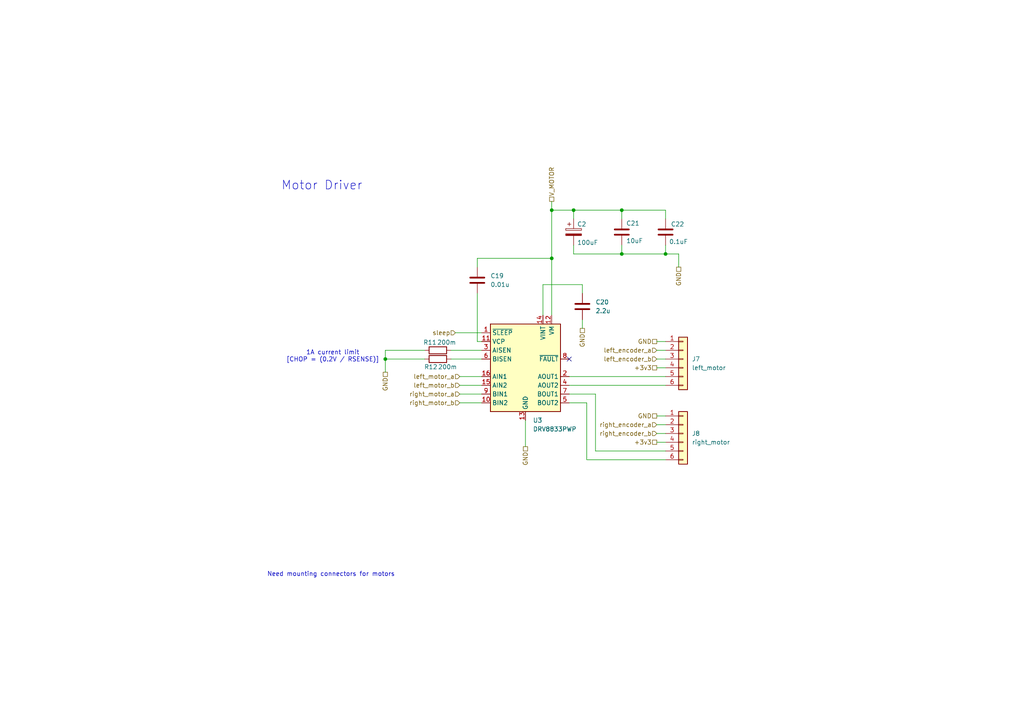
<source format=kicad_sch>
(kicad_sch (version 20250114) (generator "eeschema") (generator_version "9.0")
  (paper "A4")
  (title_block (title "Mote") (date "2025-12-30") (rev "V0.0.0") (company "github.com/usedhondacivic/mote"))
  (lib_symbols
    (symbol "Connector_Generic:Conn_01x06" (pin_names (offset 1.016) (hide yes))
      (property "Reference" "J" (at 0 7.62 0))
      (property "Value" "Conn_01x06" (at 0 -10.16 0))
      (symbol "Conn_01x06_1_1"
        (rectangle (start -1.27 6.35) (end 1.27 -8.89) (stroke (width 0.254)) (fill (type background)))
        (rectangle (start -1.27 5.207) (end 0 4.953) (stroke (width 0.1524)))
        (rectangle (start -1.27 2.667) (end 0 2.413) (stroke (width 0.1524)))
        (rectangle (start -1.27 0.127) (end 0 -0.127) (stroke (width 0.1524)))
        (rectangle (start -1.27 -2.413) (end 0 -2.667) (stroke (width 0.1524)))
        (rectangle (start -1.27 -4.953) (end 0 -5.207) (stroke (width 0.1524)))
        (rectangle (start -1.27 -7.493) (end 0 -7.747) (stroke (width 0.1524)))
        (pin passive line (at -5.08 5.08 0) (length 3.81) (name "Pin_1") (number "1"))
        (pin passive line (at -5.08 2.54 0) (length 3.81) (name "Pin_2") (number "2"))
        (pin passive line (at -5.08 0 0) (length 3.81) (name "Pin_3") (number "3"))
        (pin passive line (at -5.08 -2.54 0) (length 3.81) (name "Pin_4") (number "4"))
        (pin passive line (at -5.08 -5.08 0) (length 3.81) (name "Pin_5") (number "5"))
        (pin passive line (at -5.08 -7.62 0) (length 3.81) (name "Pin_6") (number "6"))
      )
    )
    (symbol "Device:C" (pin_numbers (hide yes)) (pin_names (offset 0.254))
      (property "Reference" "C" (at 0.635 2.54 0))
      (property "Value" "C" (at 0.635 -2.54 0))
      (symbol "C_0_1"
        (polyline (pts (xy -2.032 0.762) (xy 2.032 0.762)) (stroke (width 0.508)))
        (polyline (pts (xy -2.032 -0.762) (xy 2.032 -0.762)) (stroke (width 0.508)))
      )
      (symbol "C_1_1"
        (pin passive line (at 0 3.81 270) (length 2.794) (name "~") (number "1"))
        (pin passive line (at 0 -3.81 90) (length 2.794) (name "~") (number "2"))
      )
    )
    (symbol "Device:C_Polarized" (pin_numbers (hide yes)) (pin_names (offset 0.254))
      (property "Reference" "C" (at 0.635 2.54 0))
      (property "Value" "C_Polarized" (at 0.635 -2.54 0))
      (symbol "C_Polarized_0_1"
        (rectangle (start -2.286 0.508) (end 2.286 1.016))
        (polyline (pts (xy -1.778 2.286) (xy -0.762 2.286)))
        (polyline (pts (xy -1.27 2.794) (xy -1.27 1.778)))
        (rectangle (start 2.286 -0.508) (end -2.286 -1.016) (fill (type outline)))
      )
      (symbol "C_Polarized_1_1"
        (pin passive line (at 0 3.81 270) (length 2.794) (name "~") (number "1"))
        (pin passive line (at 0 -3.81 90) (length 2.794) (name "~") (number "2"))
      )
    )
    (symbol "Device:R" (pin_numbers (hide yes)) (pin_names (offset 0))
      (property "Reference" "R" (at 2.032 0 90))
      (property "Value" "R" (at 0 0 90))
      (symbol "R_0_1"
        (rectangle (start -1.016 -2.54) (end 1.016 2.54) (stroke (width 0.254)))
      )
      (symbol "R_1_1"
        (pin passive line (at 0 3.81 270) (length 1.27) (name "~") (number "1"))
        (pin passive line (at 0 -3.81 90) (length 1.27) (name "~") (number "2"))
      )
    )
    (symbol "Driver_Motor:DRV8833PWP"
      (property "Reference" "U" (at -3.81 16.51 0))
      (property "Value" "DRV8833PWP" (at -3.81 13.97 0))
      (symbol "DRV8833PWP_0_1"
        (rectangle (start -10.16 12.7) (end 10.16 -12.7) (stroke (width 0.254)) (fill (type background)))
      )
      (symbol "DRV8833PWP_1_1"
        (pin input line (at -12.7 10.16 0) (length 2.54) (name "~{SLEEP}") (number "1"))
        (pin bidirectional line (at -12.7 7.62 0) (length 2.54) (name "VCP") (number "11"))
        (pin bidirectional line (at -12.7 5.08 0) (length 2.54) (name "AISEN") (number "3"))
        (pin bidirectional line (at -12.7 2.54 0) (length 2.54) (name "BISEN") (number "6"))
        (pin input line (at -12.7 -2.54 0) (length 2.54) (name "AIN1") (number "16"))
        (pin input line (at -12.7 -5.08 0) (length 2.54) (name "AIN2") (number "15"))
        (pin input line (at -12.7 -7.62 0) (length 2.54) (name "BIN1") (number "9"))
        (pin input line (at -12.7 -10.16 0) (length 2.54) (name "BIN2") (number "10"))
        (pin power_in line (at 0 -15.24 90) (length 2.54) (name "GND") (number "13"))
        (pin passive line (at 0 -15.24 90) (length 2.54) (hide yes) (name "GND") (number "17"))
        (pin power_in line (at 5.08 15.24 270) (length 2.54) (name "VINT") (number "14"))
        (pin power_in line (at 7.62 15.24 270) (length 2.54) (name "VM") (number "12"))
        (pin open_collector line (at 12.7 2.54 180) (length 2.54) (name "~{FAULT}") (number "8"))
        (pin power_out line (at 12.7 -2.54 180) (length 2.54) (name "AOUT1") (number "2"))
        (pin power_out line (at 12.7 -5.08 180) (length 2.54) (name "AOUT2") (number "4"))
        (pin power_out line (at 12.7 -7.62 180) (length 2.54) (name "BOUT1") (number "7"))
        (pin power_out line (at 12.7 -10.16 180) (length 2.54) (name "BOUT2") (number "5"))
      )
    )
  )
  (text "Need mounting connectors for motors" (at 96.012 166.624 0) (effects (font (size 1.27 1.27))))
  (text "1A current limit\n[CHOP = (0.2V / RSENSE)]" (at 96.52 103.378 0) (effects (font (size 1.27 1.27))))
  (text "Motor Driver" (at 81.534 55.372 0) (effects (font (size 2.54 2.54)) (justify left bottom)))
  (junction (at 160.02 74.93))
  (junction (at 166.37 60.96))
  (junction (at 180.34 73.66))
  (junction (at 111.76 104.14))
  (junction (at 180.34 60.96))
  (junction (at 193.04 73.66))
  (junction (at 160.02 60.96))
  (no_connect (at 165.1 104.14))
  (wire (pts (xy 138.43 77.47) (xy 138.43 74.93)))
  (wire (pts (xy 152.4 121.92) (xy 152.4 129.54)))
  (wire (pts (xy 190.5 101.6) (xy 193.04 101.6)))
  (wire (pts (xy 180.34 63.5) (xy 180.34 60.96)))
  (wire (pts (xy 190.5 104.14) (xy 193.04 104.14)))
  (wire (pts (xy 193.04 73.66) (xy 196.85 73.66)))
  (wire (pts (xy 190.5 123.19) (xy 193.04 123.19)))
  (wire (pts (xy 170.18 133.35) (xy 193.04 133.35)))
  (wire (pts (xy 138.43 99.06) (xy 139.7 99.06)))
  (wire (pts (xy 165.1 109.22) (xy 193.04 109.22)))
  (wire (pts (xy 111.76 101.6) (xy 111.76 104.14)))
  (wire (pts (xy 160.02 74.93) (xy 160.02 91.44)))
  (wire (pts (xy 166.37 60.96) (xy 160.02 60.96)))
  (wire (pts (xy 157.48 82.55) (xy 168.91 82.55)))
  (wire (pts (xy 133.35 111.76) (xy 139.7 111.76)))
  (wire (pts (xy 180.34 71.12) (xy 180.34 73.66)))
  (wire (pts (xy 132.08 96.52) (xy 139.7 96.52)))
  (wire (pts (xy 170.18 116.84) (xy 170.18 133.35)))
  (wire (pts (xy 138.43 74.93) (xy 160.02 74.93)))
  (wire (pts (xy 166.37 73.66) (xy 180.34 73.66)))
  (wire (pts (xy 193.04 130.81) (xy 172.72 130.81)))
  (wire (pts (xy 193.04 71.12) (xy 193.04 73.66)))
  (wire (pts (xy 168.91 92.71) (xy 168.91 95.25)))
  (wire (pts (xy 160.02 60.96) (xy 160.02 74.93)))
  (wire (pts (xy 138.43 99.06) (xy 138.43 85.09)))
  (wire (pts (xy 172.72 114.3) (xy 165.1 114.3)))
  (wire (pts (xy 160.02 58.42) (xy 160.02 60.96)))
  (wire (pts (xy 123.19 101.6) (xy 111.76 101.6)))
  (wire (pts (xy 190.5 120.65) (xy 193.04 120.65)))
  (wire (pts (xy 165.1 116.84) (xy 170.18 116.84)))
  (wire (pts (xy 166.37 60.96) (xy 180.34 60.96)))
  (wire (pts (xy 165.1 111.76) (xy 193.04 111.76)))
  (wire (pts (xy 190.5 128.27) (xy 193.04 128.27)))
  (wire (pts (xy 130.81 101.6) (xy 139.7 101.6)))
  (wire (pts (xy 133.35 109.22) (xy 139.7 109.22)))
  (wire (pts (xy 193.04 63.5) (xy 193.04 60.96)))
  (wire (pts (xy 133.35 116.84) (xy 139.7 116.84)))
  (wire (pts (xy 180.34 60.96) (xy 193.04 60.96)))
  (wire (pts (xy 196.85 73.66) (xy 196.85 77.47)))
  (wire (pts (xy 172.72 130.81) (xy 172.72 114.3)))
  (wire (pts (xy 133.35 114.3) (xy 139.7 114.3)))
  (wire (pts (xy 130.81 104.14) (xy 139.7 104.14)))
  (wire (pts (xy 190.5 125.73) (xy 193.04 125.73)))
  (wire (pts (xy 111.76 104.14) (xy 123.19 104.14)))
  (wire (pts (xy 190.5 99.06) (xy 193.04 99.06)))
  (wire (pts (xy 190.5 106.68) (xy 193.04 106.68)))
  (wire (pts (xy 180.34 73.66) (xy 193.04 73.66)))
  (wire (pts (xy 157.48 91.44) (xy 157.48 82.55)))
  (wire (pts (xy 168.91 82.55) (xy 168.91 85.09)))
  (wire (pts (xy 166.37 71.12) (xy 166.37 73.66)))
  (wire (pts (xy 111.76 107.95) (xy 111.76 104.14)))
  (wire (pts (xy 166.37 63.5) (xy 166.37 60.96)))
  (hierarchical_label "V_MOTOR" (shape passive) (at 160.02 58.42 90))
  (hierarchical_label "+3v3" (shape passive) (at 190.5 106.68 180))
  (hierarchical_label "GND" (shape passive) (at 111.76 107.95 270))
  (hierarchical_label "+3v3" (shape passive) (at 190.5 128.27 180))
  (hierarchical_label "GND" (shape passive) (at 168.91 95.25 270))
  (hierarchical_label "GND" (shape passive) (at 190.5 99.06 180))
  (hierarchical_label "left_encoder_b" (shape input) (at 190.5 104.14 180))
  (hierarchical_label "GND" (shape passive) (at 190.5 120.65 180))
  (hierarchical_label "left_motor_b" (shape input) (at 133.35 111.76 180))
  (hierarchical_label "GND" (shape passive) (at 196.85 77.47 270))
  (hierarchical_label "right_motor_b" (shape input) (at 133.35 116.84 180))
  (hierarchical_label "left_encoder_a" (shape input) (at 190.5 101.6 180))
  (hierarchical_label "sleep" (shape input) (at 132.08 96.52 180))
  (hierarchical_label "right_encoder_a" (shape input) (at 190.5 123.19 180))
  (hierarchical_label "left_motor_a" (shape input) (at 133.35 109.22 180))
  (hierarchical_label "right_encoder_b" (shape input) (at 190.5 125.73 180))
  (hierarchical_label "GND" (shape passive) (at 152.4 129.54 270))
  (hierarchical_label "right_motor_a" (shape input) (at 133.35 114.3 180))
  (symbol (lib_id "Device:C_Polarized") (at 166.37 67.31 0) (unit 1)
    (property "Reference" "C2" (at 167.386 65.024 0) (effects (justify left)))
    (property "Value" "100uF" (at 167.386 70.358 0) (effects (justify left)))
    (property "Description" "Polarized capacitor" (effects (hide yes)))
  )
  (symbol (lib_id "Device:C") (at 180.34 67.31 180) (unit 1)
    (property "Reference" "C21" (at 181.61 64.77 0) (effects (justify right)))
    (property "Value" "10uF" (at 181.61 69.85 0) (effects (justify right)))
    (property "Description" "Unpolarized capacitor" (effects (hide yes)))
  )
  (symbol (lib_id "Device:C") (at 193.04 67.31 180) (unit 1)
    (property "Reference" "C22" (at 194.564 65.024 0) (effects (justify right)))
    (property "Value" "0.1uF" (at 194.056 70.104 0) (effects (justify right)))
    (property "Description" "Unpolarized capacitor" (effects (hide yes)))
  )
  (symbol (lib_id "Connector_Generic:Conn_01x06") (at 198.12 125.73 0) (unit 1)
    (property "Reference" "J8" (at 200.66 125.7299 0) (effects (justify left)))
    (property "Value" "right_motor" (at 200.66 128.2699 0) (effects (justify left)))
    (property "Description" "Generic connector, single row, 01x06, script generated (kicad-library-utils/schlib/autogen/connector/)" (effects (hide yes)))
  )
  (symbol (lib_id "Connector_Generic:Conn_01x06") (at 198.12 104.14 0) (unit 1)
    (property "Reference" "J7" (at 200.66 104.1399 0) (effects (justify left)))
    (property "Value" "left_motor" (at 200.66 106.6799 0) (effects (justify left)))
    (property "Description" "Generic connector, single row, 01x06, script generated (kicad-library-utils/schlib/autogen/connector/)" (effects (hide yes)))
  )
  (symbol (lib_id "Device:R") (at 127 104.14 90) (unit 1)
    (property "Reference" "R12" (at 124.968 106.426 90))
    (property "Value" "200m" (at 129.794 106.426 90))
    (property "Description" "Resistor" (effects (hide yes)))
  )
  (symbol (lib_id "Driver_Motor:DRV8833PWP") (at 152.4 106.68 0) (unit 1)
    (property "Reference" "U3" (at 154.5433 121.92 0) (effects (justify left)))
    (property "Value" "DRV8833PWP" (at 154.5433 124.46 0) (effects (justify left)))
    (property "Footprint" "Package_SO:HTSSOP-16-1EP_4.4x5mm_P0.65mm_EP3.4x5mm_Mask2.46x2.31mm_ThermalVias" (effects (hide yes)))
    (property "Datasheet" "http://www.ti.com/lit/ds/symlink/drv8833.pdf" (effects (hide yes)))
    (property "Description" "Dual H-Bridge Motor Driver, HTSSOP-16" (effects (hide yes)))
  )
  (symbol (lib_id "Device:C") (at 138.43 81.28 180) (unit 1)
    (property "Reference" "C19" (at 142.24 80.0099 0) (effects (justify right)))
    (property "Value" "0.01u" (at 142.24 82.5499 0) (effects (justify right)))
    (property "Description" "Unpolarized capacitor" (effects (hide yes)))
  )
  (symbol (lib_id "Device:R") (at 127 101.6 90) (unit 1)
    (property "Reference" "R11" (at 124.714 99.314 90))
    (property "Value" "200m" (at 129.54 99.314 90))
    (property "Description" "Resistor" (effects (hide yes)))
  )
  (symbol (lib_id "Device:C") (at 168.91 88.9 180) (unit 1)
    (property "Reference" "C20" (at 172.72 87.6299 0) (effects (justify right)))
    (property "Value" "2.2u" (at 172.72 90.1699 0) (effects (justify right)))
    (property "Description" "Unpolarized capacitor" (effects (hide yes)))
  )
)
</source>
